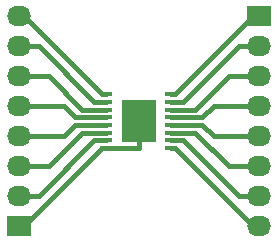
<source format=gbr>
G04 #@! TF.FileFunction,Copper,L1,Top,Signal*
%FSLAX46Y46*%
G04 Gerber Fmt 4.6, Leading zero omitted, Abs format (unit mm)*
G04 Created by KiCad (PCBNEW 4.0.2+e4-6225~38~ubuntu16.04.1-stable) date Mon 01 Aug 2016 12:24:11 PM PDT*
%MOMM*%
G01*
G04 APERTURE LIST*
%ADD10C,0.100000*%
%ADD11R,2.032000X1.727200*%
%ADD12O,2.032000X1.727200*%
%ADD13R,1.050000X0.450000*%
%ADD14R,2.940000X3.580000*%
%ADD15C,0.450000*%
G04 APERTURE END LIST*
D10*
D11*
X158750000Y-95250000D03*
D12*
X158750000Y-97790000D03*
X158750000Y-100330000D03*
X158750000Y-102870000D03*
X158750000Y-105410000D03*
X158750000Y-107950000D03*
X158750000Y-110490000D03*
X158750000Y-113030000D03*
D11*
X138430000Y-113030000D03*
D12*
X138430000Y-110490000D03*
X138430000Y-107950000D03*
X138430000Y-105410000D03*
X138430000Y-102870000D03*
X138430000Y-100330000D03*
X138430000Y-97790000D03*
X138430000Y-95250000D03*
D13*
X151365000Y-106415000D03*
D14*
X148590000Y-104140000D03*
D13*
X151365000Y-105115000D03*
X151365000Y-105765000D03*
X151365000Y-104465000D03*
X151365000Y-103815000D03*
X151365000Y-103165000D03*
X151365000Y-102515000D03*
X151365000Y-101865000D03*
X145815000Y-106415000D03*
X145815000Y-105765000D03*
X145815000Y-105115000D03*
X145815000Y-104465000D03*
X145815000Y-103815000D03*
X145815000Y-103165000D03*
X145815000Y-102515000D03*
X145815000Y-101865000D03*
D15*
X151365000Y-101865000D02*
X151665000Y-101865000D01*
X151665000Y-101865000D02*
X158280000Y-95250000D01*
X158280000Y-95250000D02*
X158750000Y-95250000D01*
X158597600Y-95250000D02*
X158750000Y-95250000D01*
X151365000Y-102515000D02*
X152340000Y-102515000D01*
X152340000Y-102515000D02*
X157065000Y-97790000D01*
X157284000Y-97790000D02*
X158750000Y-97790000D01*
X157065000Y-97790000D02*
X157284000Y-97790000D01*
X153375000Y-103165000D02*
X156210000Y-100330000D01*
X156210000Y-100330000D02*
X158750000Y-100330000D01*
X151365000Y-103165000D02*
X153375000Y-103165000D01*
X153995000Y-103815000D02*
X154940000Y-102870000D01*
X154940000Y-102870000D02*
X158750000Y-102870000D01*
X151365000Y-103815000D02*
X153995000Y-103815000D01*
X153995000Y-104465000D02*
X154940000Y-105410000D01*
X154940000Y-105410000D02*
X158750000Y-105410000D01*
X151365000Y-104465000D02*
X153995000Y-104465000D01*
X153375000Y-105115000D02*
X156210000Y-107950000D01*
X156210000Y-107950000D02*
X158750000Y-107950000D01*
X151365000Y-105115000D02*
X153375000Y-105115000D01*
X157065000Y-110490000D02*
X158750000Y-110490000D01*
X151365000Y-105765000D02*
X152340000Y-105765000D01*
X152340000Y-105765000D02*
X157065000Y-110490000D01*
X151365000Y-106415000D02*
X151665000Y-106415000D01*
X151665000Y-106415000D02*
X158280000Y-113030000D01*
X158280000Y-113030000D02*
X158750000Y-113030000D01*
X148579000Y-106415000D02*
X148590000Y-106404000D01*
X148590000Y-106404000D02*
X148590000Y-104140000D01*
X145815000Y-106415000D02*
X148579000Y-106415000D01*
X145815000Y-106415000D02*
X145515000Y-106415000D01*
X138900000Y-113030000D02*
X138430000Y-113030000D01*
X145515000Y-106415000D02*
X138900000Y-113030000D01*
X140115000Y-110490000D02*
X138430000Y-110490000D01*
X145815000Y-105765000D02*
X144840000Y-105765000D01*
X144840000Y-105765000D02*
X140115000Y-110490000D01*
X143805000Y-105115000D02*
X140970000Y-107950000D01*
X140970000Y-107950000D02*
X138430000Y-107950000D01*
X145815000Y-105115000D02*
X143805000Y-105115000D01*
X143185000Y-104465000D02*
X142240000Y-105410000D01*
X142240000Y-105410000D02*
X138430000Y-105410000D01*
X145815000Y-104465000D02*
X143185000Y-104465000D01*
X143185000Y-103815000D02*
X142240000Y-102870000D01*
X142240000Y-102870000D02*
X138430000Y-102870000D01*
X145815000Y-103815000D02*
X143185000Y-103815000D01*
X143805000Y-103165000D02*
X140970000Y-100330000D01*
X140970000Y-100330000D02*
X138430000Y-100330000D01*
X145815000Y-103165000D02*
X143805000Y-103165000D01*
X140115000Y-97790000D02*
X138430000Y-97790000D01*
X145815000Y-102515000D02*
X144840000Y-102515000D01*
X144840000Y-102515000D02*
X140115000Y-97790000D01*
X145515000Y-101865000D02*
X138900000Y-95250000D01*
X145815000Y-101865000D02*
X145515000Y-101865000D01*
X138900000Y-95250000D02*
X138430000Y-95250000D01*
M02*

</source>
